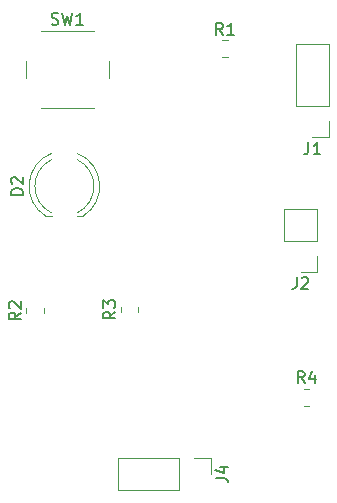
<source format=gbr>
%TF.GenerationSoftware,KiCad,Pcbnew,9.0.7*%
%TF.CreationDate,2026-02-17T16:21:14-05:00*%
%TF.ProjectId,Blind Spot,426c696e-6420-4537-906f-742e6b696361,rev?*%
%TF.SameCoordinates,Original*%
%TF.FileFunction,Legend,Top*%
%TF.FilePolarity,Positive*%
%FSLAX46Y46*%
G04 Gerber Fmt 4.6, Leading zero omitted, Abs format (unit mm)*
G04 Created by KiCad (PCBNEW 9.0.7) date 2026-02-17 16:21:14*
%MOMM*%
%LPD*%
G01*
G04 APERTURE LIST*
%ADD10C,0.150000*%
%ADD11C,0.120000*%
G04 APERTURE END LIST*
D10*
X156333333Y-102304819D02*
X156000000Y-101828628D01*
X155761905Y-102304819D02*
X155761905Y-101304819D01*
X155761905Y-101304819D02*
X156142857Y-101304819D01*
X156142857Y-101304819D02*
X156238095Y-101352438D01*
X156238095Y-101352438D02*
X156285714Y-101400057D01*
X156285714Y-101400057D02*
X156333333Y-101495295D01*
X156333333Y-101495295D02*
X156333333Y-101638152D01*
X156333333Y-101638152D02*
X156285714Y-101733390D01*
X156285714Y-101733390D02*
X156238095Y-101781009D01*
X156238095Y-101781009D02*
X156142857Y-101828628D01*
X156142857Y-101828628D02*
X155761905Y-101828628D01*
X157190476Y-101638152D02*
X157190476Y-102304819D01*
X156952381Y-101257200D02*
X156714286Y-101971485D01*
X156714286Y-101971485D02*
X157333333Y-101971485D01*
X155666666Y-93334819D02*
X155666666Y-94049104D01*
X155666666Y-94049104D02*
X155619047Y-94191961D01*
X155619047Y-94191961D02*
X155523809Y-94287200D01*
X155523809Y-94287200D02*
X155380952Y-94334819D01*
X155380952Y-94334819D02*
X155285714Y-94334819D01*
X156095238Y-93430057D02*
X156142857Y-93382438D01*
X156142857Y-93382438D02*
X156238095Y-93334819D01*
X156238095Y-93334819D02*
X156476190Y-93334819D01*
X156476190Y-93334819D02*
X156571428Y-93382438D01*
X156571428Y-93382438D02*
X156619047Y-93430057D01*
X156619047Y-93430057D02*
X156666666Y-93525295D01*
X156666666Y-93525295D02*
X156666666Y-93620533D01*
X156666666Y-93620533D02*
X156619047Y-93763390D01*
X156619047Y-93763390D02*
X156047619Y-94334819D01*
X156047619Y-94334819D02*
X156666666Y-94334819D01*
X148834819Y-110333333D02*
X149549104Y-110333333D01*
X149549104Y-110333333D02*
X149691961Y-110380952D01*
X149691961Y-110380952D02*
X149787200Y-110476190D01*
X149787200Y-110476190D02*
X149834819Y-110619047D01*
X149834819Y-110619047D02*
X149834819Y-110714285D01*
X149168152Y-109428571D02*
X149834819Y-109428571D01*
X148787200Y-109666666D02*
X149501485Y-109904761D01*
X149501485Y-109904761D02*
X149501485Y-109285714D01*
X149420833Y-72804819D02*
X149087500Y-72328628D01*
X148849405Y-72804819D02*
X148849405Y-71804819D01*
X148849405Y-71804819D02*
X149230357Y-71804819D01*
X149230357Y-71804819D02*
X149325595Y-71852438D01*
X149325595Y-71852438D02*
X149373214Y-71900057D01*
X149373214Y-71900057D02*
X149420833Y-71995295D01*
X149420833Y-71995295D02*
X149420833Y-72138152D01*
X149420833Y-72138152D02*
X149373214Y-72233390D01*
X149373214Y-72233390D02*
X149325595Y-72281009D01*
X149325595Y-72281009D02*
X149230357Y-72328628D01*
X149230357Y-72328628D02*
X148849405Y-72328628D01*
X150373214Y-72804819D02*
X149801786Y-72804819D01*
X150087500Y-72804819D02*
X150087500Y-71804819D01*
X150087500Y-71804819D02*
X149992262Y-71947676D01*
X149992262Y-71947676D02*
X149897024Y-72042914D01*
X149897024Y-72042914D02*
X149801786Y-72090533D01*
X140304819Y-96254166D02*
X139828628Y-96587499D01*
X140304819Y-96825594D02*
X139304819Y-96825594D01*
X139304819Y-96825594D02*
X139304819Y-96444642D01*
X139304819Y-96444642D02*
X139352438Y-96349404D01*
X139352438Y-96349404D02*
X139400057Y-96301785D01*
X139400057Y-96301785D02*
X139495295Y-96254166D01*
X139495295Y-96254166D02*
X139638152Y-96254166D01*
X139638152Y-96254166D02*
X139733390Y-96301785D01*
X139733390Y-96301785D02*
X139781009Y-96349404D01*
X139781009Y-96349404D02*
X139828628Y-96444642D01*
X139828628Y-96444642D02*
X139828628Y-96825594D01*
X139304819Y-95920832D02*
X139304819Y-95301785D01*
X139304819Y-95301785D02*
X139685771Y-95635118D01*
X139685771Y-95635118D02*
X139685771Y-95492261D01*
X139685771Y-95492261D02*
X139733390Y-95397023D01*
X139733390Y-95397023D02*
X139781009Y-95349404D01*
X139781009Y-95349404D02*
X139876247Y-95301785D01*
X139876247Y-95301785D02*
X140114342Y-95301785D01*
X140114342Y-95301785D02*
X140209580Y-95349404D01*
X140209580Y-95349404D02*
X140257200Y-95397023D01*
X140257200Y-95397023D02*
X140304819Y-95492261D01*
X140304819Y-95492261D02*
X140304819Y-95777975D01*
X140304819Y-95777975D02*
X140257200Y-95873213D01*
X140257200Y-95873213D02*
X140209580Y-95920832D01*
X132304819Y-96341666D02*
X131828628Y-96674999D01*
X132304819Y-96913094D02*
X131304819Y-96913094D01*
X131304819Y-96913094D02*
X131304819Y-96532142D01*
X131304819Y-96532142D02*
X131352438Y-96436904D01*
X131352438Y-96436904D02*
X131400057Y-96389285D01*
X131400057Y-96389285D02*
X131495295Y-96341666D01*
X131495295Y-96341666D02*
X131638152Y-96341666D01*
X131638152Y-96341666D02*
X131733390Y-96389285D01*
X131733390Y-96389285D02*
X131781009Y-96436904D01*
X131781009Y-96436904D02*
X131828628Y-96532142D01*
X131828628Y-96532142D02*
X131828628Y-96913094D01*
X131400057Y-95960713D02*
X131352438Y-95913094D01*
X131352438Y-95913094D02*
X131304819Y-95817856D01*
X131304819Y-95817856D02*
X131304819Y-95579761D01*
X131304819Y-95579761D02*
X131352438Y-95484523D01*
X131352438Y-95484523D02*
X131400057Y-95436904D01*
X131400057Y-95436904D02*
X131495295Y-95389285D01*
X131495295Y-95389285D02*
X131590533Y-95389285D01*
X131590533Y-95389285D02*
X131733390Y-95436904D01*
X131733390Y-95436904D02*
X132304819Y-96008332D01*
X132304819Y-96008332D02*
X132304819Y-95389285D01*
X132494819Y-86373094D02*
X131494819Y-86373094D01*
X131494819Y-86373094D02*
X131494819Y-86134999D01*
X131494819Y-86134999D02*
X131542438Y-85992142D01*
X131542438Y-85992142D02*
X131637676Y-85896904D01*
X131637676Y-85896904D02*
X131732914Y-85849285D01*
X131732914Y-85849285D02*
X131923390Y-85801666D01*
X131923390Y-85801666D02*
X132066247Y-85801666D01*
X132066247Y-85801666D02*
X132256723Y-85849285D01*
X132256723Y-85849285D02*
X132351961Y-85896904D01*
X132351961Y-85896904D02*
X132447200Y-85992142D01*
X132447200Y-85992142D02*
X132494819Y-86134999D01*
X132494819Y-86134999D02*
X132494819Y-86373094D01*
X131590057Y-85420713D02*
X131542438Y-85373094D01*
X131542438Y-85373094D02*
X131494819Y-85277856D01*
X131494819Y-85277856D02*
X131494819Y-85039761D01*
X131494819Y-85039761D02*
X131542438Y-84944523D01*
X131542438Y-84944523D02*
X131590057Y-84896904D01*
X131590057Y-84896904D02*
X131685295Y-84849285D01*
X131685295Y-84849285D02*
X131780533Y-84849285D01*
X131780533Y-84849285D02*
X131923390Y-84896904D01*
X131923390Y-84896904D02*
X132494819Y-85468332D01*
X132494819Y-85468332D02*
X132494819Y-84849285D01*
X134916667Y-71907200D02*
X135059524Y-71954819D01*
X135059524Y-71954819D02*
X135297619Y-71954819D01*
X135297619Y-71954819D02*
X135392857Y-71907200D01*
X135392857Y-71907200D02*
X135440476Y-71859580D01*
X135440476Y-71859580D02*
X135488095Y-71764342D01*
X135488095Y-71764342D02*
X135488095Y-71669104D01*
X135488095Y-71669104D02*
X135440476Y-71573866D01*
X135440476Y-71573866D02*
X135392857Y-71526247D01*
X135392857Y-71526247D02*
X135297619Y-71478628D01*
X135297619Y-71478628D02*
X135107143Y-71431009D01*
X135107143Y-71431009D02*
X135011905Y-71383390D01*
X135011905Y-71383390D02*
X134964286Y-71335771D01*
X134964286Y-71335771D02*
X134916667Y-71240533D01*
X134916667Y-71240533D02*
X134916667Y-71145295D01*
X134916667Y-71145295D02*
X134964286Y-71050057D01*
X134964286Y-71050057D02*
X135011905Y-71002438D01*
X135011905Y-71002438D02*
X135107143Y-70954819D01*
X135107143Y-70954819D02*
X135345238Y-70954819D01*
X135345238Y-70954819D02*
X135488095Y-71002438D01*
X135821429Y-70954819D02*
X136059524Y-71954819D01*
X136059524Y-71954819D02*
X136250000Y-71240533D01*
X136250000Y-71240533D02*
X136440476Y-71954819D01*
X136440476Y-71954819D02*
X136678572Y-70954819D01*
X137583333Y-71954819D02*
X137011905Y-71954819D01*
X137297619Y-71954819D02*
X137297619Y-70954819D01*
X137297619Y-70954819D02*
X137202381Y-71097676D01*
X137202381Y-71097676D02*
X137107143Y-71192914D01*
X137107143Y-71192914D02*
X137011905Y-71240533D01*
X156666666Y-81914819D02*
X156666666Y-82629104D01*
X156666666Y-82629104D02*
X156619047Y-82771961D01*
X156619047Y-82771961D02*
X156523809Y-82867200D01*
X156523809Y-82867200D02*
X156380952Y-82914819D01*
X156380952Y-82914819D02*
X156285714Y-82914819D01*
X157666666Y-82914819D02*
X157095238Y-82914819D01*
X157380952Y-82914819D02*
X157380952Y-81914819D01*
X157380952Y-81914819D02*
X157285714Y-82057676D01*
X157285714Y-82057676D02*
X157190476Y-82152914D01*
X157190476Y-82152914D02*
X157095238Y-82200533D01*
D11*
%TO.C,R4*%
X156272936Y-102765000D02*
X156727064Y-102765000D01*
X156272936Y-104235000D02*
X156727064Y-104235000D01*
%TO.C,J2*%
X154620000Y-90230000D02*
X154620000Y-87580000D01*
X157380000Y-87580000D02*
X154620000Y-87580000D01*
X157380000Y-90230000D02*
X154620000Y-90230000D01*
X157380000Y-90230000D02*
X157380000Y-87580000D01*
X157380000Y-91500000D02*
X157380000Y-92880000D01*
X157380000Y-92880000D02*
X156000000Y-92880000D01*
%TO.C,J4*%
X140540000Y-108620000D02*
X140540000Y-111380000D01*
X145730000Y-108620000D02*
X140540000Y-108620000D01*
X145730000Y-108620000D02*
X145730000Y-111380000D01*
X145730000Y-111380000D02*
X140540000Y-111380000D01*
X147000000Y-108620000D02*
X148380000Y-108620000D01*
X148380000Y-108620000D02*
X148380000Y-110000000D01*
%TO.C,R1*%
X149360436Y-73265000D02*
X149814564Y-73265000D01*
X149360436Y-74735000D02*
X149814564Y-74735000D01*
%TO.C,R3*%
X140765000Y-96314564D02*
X140765000Y-95860436D01*
X142235000Y-96314564D02*
X142235000Y-95860436D01*
%TO.C,R2*%
X132765000Y-96402064D02*
X132765000Y-95947936D01*
X134235000Y-96402064D02*
X134235000Y-95947936D01*
%TO.C,D2*%
X134455000Y-88195000D02*
X134920000Y-88195000D01*
X137080000Y-88195000D02*
X137545000Y-88195000D01*
X134455170Y-88195000D02*
G75*
G02*
X134920000Y-82846864I1544830J2560000D01*
G01*
X134920000Y-87889684D02*
G75*
G02*
X134920000Y-83380316I1080000J2254684D01*
G01*
X137080000Y-82846864D02*
G75*
G02*
X137544830Y-88195000I-1080000J-2788136D01*
G01*
X137080000Y-83380316D02*
G75*
G02*
X137080000Y-87889684I-1080000J-2254684D01*
G01*
%TO.C,SW1*%
X132750000Y-75000000D02*
X132750000Y-76500000D01*
X134000000Y-79000000D02*
X138500000Y-79000000D01*
X138500000Y-72500000D02*
X134000000Y-72500000D01*
X139750000Y-76500000D02*
X139750000Y-75000000D01*
%TO.C,J1*%
X155620000Y-78810000D02*
X155620000Y-73620000D01*
X158380000Y-73620000D02*
X155620000Y-73620000D01*
X158380000Y-78810000D02*
X155620000Y-78810000D01*
X158380000Y-78810000D02*
X158380000Y-73620000D01*
X158380000Y-80080000D02*
X158380000Y-81460000D01*
X158380000Y-81460000D02*
X157000000Y-81460000D01*
%TD*%
M02*

</source>
